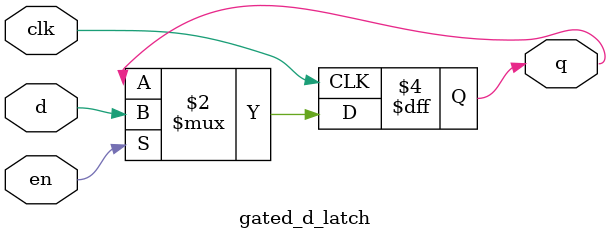
<source format=v>
module gated_d_latch (
    input d,
    input clk,
    input en,
    output reg q
);

    always @(posedge clk) begin
        if (en) begin
            q <= d;
        end
    end

endmodule
</source>
